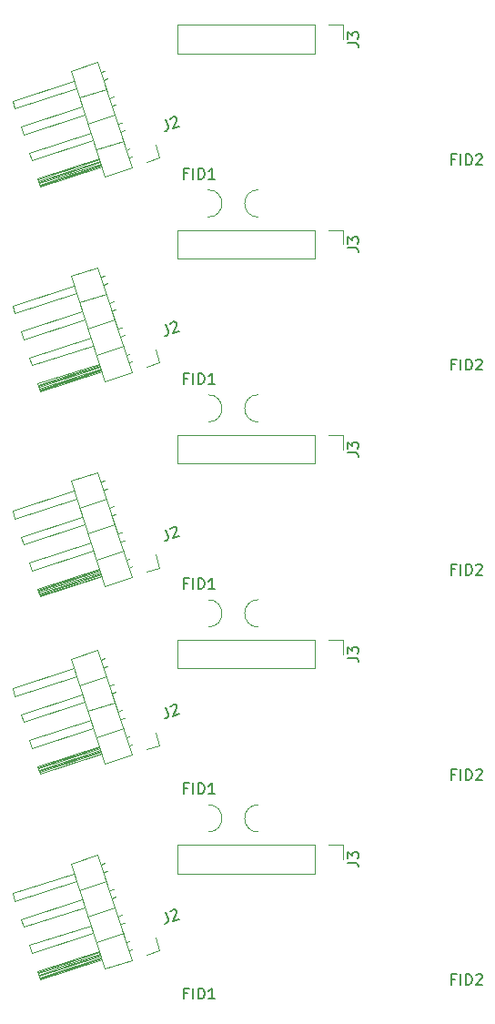
<source format=gto>
G04 #@! TF.GenerationSoftware,KiCad,Pcbnew,5.0.0-fee4fd1~66~ubuntu16.04.1*
G04 #@! TF.CreationDate,2018-10-22T20:20:06+02:00*
G04 #@! TF.ProjectId,WiRoc_NanoPi_SideOledPCB_v1_Panelized,5769526F635F4E616E6F50695F536964,rev?*
G04 #@! TF.SameCoordinates,Original*
G04 #@! TF.FileFunction,Legend,Top*
G04 #@! TF.FilePolarity,Positive*
%FSLAX46Y46*%
G04 Gerber Fmt 4.6, Leading zero omitted, Abs format (unit mm)*
G04 Created by KiCad (PCBNEW 5.0.0-fee4fd1~66~ubuntu16.04.1) date Mon Oct 22 20:20:06 2018*
%MOMM*%
%LPD*%
G01*
G04 APERTURE LIST*
%ADD10C,0.120000*%
%ADD11C,0.100000*%
%ADD12C,0.150000*%
G04 APERTURE END LIST*
D10*
G04 #@! TO.C,J3*
X60194000Y-102366000D02*
X60194000Y-103696000D01*
X58864000Y-102366000D02*
X60194000Y-102366000D01*
X57594000Y-105026000D02*
X57594000Y-102366000D01*
X44834000Y-105026000D02*
X57594000Y-105026000D01*
X44834000Y-102366000D02*
X44834000Y-105026000D01*
X57594000Y-102366000D02*
X44834000Y-102366000D01*
X60194000Y-83300000D02*
X60194000Y-84630000D01*
X58864000Y-83300000D02*
X60194000Y-83300000D01*
X57594000Y-85960000D02*
X57594000Y-83300000D01*
X44834000Y-85960000D02*
X57594000Y-85960000D01*
X44834000Y-83300000D02*
X44834000Y-85960000D01*
X57594000Y-83300000D02*
X44834000Y-83300000D01*
X60194000Y-64234000D02*
X60194000Y-65564000D01*
X58864000Y-64234000D02*
X60194000Y-64234000D01*
X57594000Y-66894000D02*
X57594000Y-64234000D01*
X44834000Y-66894000D02*
X57594000Y-66894000D01*
X44834000Y-64234000D02*
X44834000Y-66894000D01*
X57594000Y-64234000D02*
X44834000Y-64234000D01*
X60194000Y-45168000D02*
X60194000Y-46498000D01*
X58864000Y-45168000D02*
X60194000Y-45168000D01*
X57594000Y-47828000D02*
X57594000Y-45168000D01*
X44834000Y-47828000D02*
X57594000Y-47828000D01*
X44834000Y-45168000D02*
X44834000Y-47828000D01*
X57594000Y-45168000D02*
X44834000Y-45168000D01*
G04 #@! TO.C,J2*
X43127293Y-112171390D02*
X41919452Y-112563842D01*
X42734842Y-110963548D02*
X43127293Y-112171390D01*
X38062980Y-104069831D02*
X37685343Y-104192532D01*
X38297833Y-104792635D02*
X37920196Y-104915335D01*
X29449193Y-106868620D02*
X35155532Y-105014518D01*
X29684046Y-107591422D02*
X29449193Y-106868620D01*
X35390385Y-105737320D02*
X29684046Y-107591422D01*
X38195221Y-105761776D02*
X35665410Y-106583761D01*
X38847883Y-106485514D02*
X38470246Y-106608216D01*
X39082736Y-107208317D02*
X38705099Y-107331019D01*
X30234096Y-109284303D02*
X35940435Y-107430201D01*
X30468949Y-110007106D02*
X30234096Y-109284303D01*
X36175288Y-108153004D02*
X30468949Y-110007106D01*
X38980124Y-108177459D02*
X36450314Y-108999444D01*
X39632786Y-108901198D02*
X39255149Y-109023899D01*
X39867639Y-109624001D02*
X39490002Y-109746702D01*
X31019000Y-111699988D02*
X36725339Y-109845885D01*
X31253852Y-112422790D02*
X31019000Y-111699988D01*
X36960192Y-110568689D02*
X31253852Y-112422790D01*
X39765027Y-110593143D02*
X37235217Y-111415128D01*
X40353901Y-111337607D02*
X40040052Y-111439583D01*
X40588754Y-112060410D02*
X40274905Y-112162386D01*
X37541144Y-112356674D02*
X31834804Y-114210776D01*
X37578226Y-112470801D02*
X31871886Y-114324903D01*
X37615309Y-112584927D02*
X31908969Y-114439029D01*
X37652390Y-112699054D02*
X31946051Y-114553156D01*
X37689472Y-112813181D02*
X31983133Y-114667283D01*
X37726554Y-112927308D02*
X32020215Y-114781410D01*
X31803903Y-114115670D02*
X37510242Y-112261568D01*
X32038756Y-114838473D02*
X31803903Y-114115670D01*
X37745095Y-112984371D02*
X32038756Y-114838473D01*
X38038661Y-113887875D02*
X40568471Y-113065890D01*
X34861966Y-104111014D02*
X38038661Y-113887875D01*
X37391777Y-103289029D02*
X34861966Y-104111014D01*
X40568471Y-113065890D02*
X37391777Y-103289029D01*
X43127293Y-93105390D02*
X41919452Y-93497842D01*
X42734842Y-91897548D02*
X43127293Y-93105390D01*
X38062980Y-85003831D02*
X37685343Y-85126532D01*
X38297833Y-85726635D02*
X37920196Y-85849335D01*
X29449193Y-87802620D02*
X35155532Y-85948518D01*
X29684046Y-88525422D02*
X29449193Y-87802620D01*
X35390385Y-86671320D02*
X29684046Y-88525422D01*
X38195221Y-86695776D02*
X35665410Y-87517761D01*
X38847883Y-87419514D02*
X38470246Y-87542216D01*
X39082736Y-88142317D02*
X38705099Y-88265019D01*
X30234096Y-90218303D02*
X35940435Y-88364201D01*
X30468949Y-90941106D02*
X30234096Y-90218303D01*
X36175288Y-89087004D02*
X30468949Y-90941106D01*
X38980124Y-89111459D02*
X36450314Y-89933444D01*
X39632786Y-89835198D02*
X39255149Y-89957899D01*
X39867639Y-90558001D02*
X39490002Y-90680702D01*
X31019000Y-92633988D02*
X36725339Y-90779885D01*
X31253852Y-93356790D02*
X31019000Y-92633988D01*
X36960192Y-91502689D02*
X31253852Y-93356790D01*
X39765027Y-91527143D02*
X37235217Y-92349128D01*
X40353901Y-92271607D02*
X40040052Y-92373583D01*
X40588754Y-92994410D02*
X40274905Y-93096386D01*
X37541144Y-93290674D02*
X31834804Y-95144776D01*
X37578226Y-93404801D02*
X31871886Y-95258903D01*
X37615309Y-93518927D02*
X31908969Y-95373029D01*
X37652390Y-93633054D02*
X31946051Y-95487156D01*
X37689472Y-93747181D02*
X31983133Y-95601283D01*
X37726554Y-93861308D02*
X32020215Y-95715410D01*
X31803903Y-95049670D02*
X37510242Y-93195568D01*
X32038756Y-95772473D02*
X31803903Y-95049670D01*
X37745095Y-93918371D02*
X32038756Y-95772473D01*
X38038661Y-94821875D02*
X40568471Y-93999890D01*
X34861966Y-85045014D02*
X38038661Y-94821875D01*
X37391777Y-84223029D02*
X34861966Y-85045014D01*
X40568471Y-93999890D02*
X37391777Y-84223029D01*
X43127293Y-76579390D02*
X41919452Y-76971842D01*
X42734842Y-75371548D02*
X43127293Y-76579390D01*
X38062980Y-68477831D02*
X37685343Y-68600532D01*
X38297833Y-69200635D02*
X37920196Y-69323335D01*
X29449193Y-71276620D02*
X35155532Y-69422518D01*
X29684046Y-71999422D02*
X29449193Y-71276620D01*
X35390385Y-70145320D02*
X29684046Y-71999422D01*
X38195221Y-70169776D02*
X35665410Y-70991761D01*
X38847883Y-70893514D02*
X38470246Y-71016216D01*
X39082736Y-71616317D02*
X38705099Y-71739019D01*
X30234096Y-73692303D02*
X35940435Y-71838201D01*
X30468949Y-74415106D02*
X30234096Y-73692303D01*
X36175288Y-72561004D02*
X30468949Y-74415106D01*
X38980124Y-72585459D02*
X36450314Y-73407444D01*
X39632786Y-73309198D02*
X39255149Y-73431899D01*
X39867639Y-74032001D02*
X39490002Y-74154702D01*
X31019000Y-76107988D02*
X36725339Y-74253885D01*
X31253852Y-76830790D02*
X31019000Y-76107988D01*
X36960192Y-74976689D02*
X31253852Y-76830790D01*
X39765027Y-75001143D02*
X37235217Y-75823128D01*
X40353901Y-75745607D02*
X40040052Y-75847583D01*
X40588754Y-76468410D02*
X40274905Y-76570386D01*
X37541144Y-76764674D02*
X31834804Y-78618776D01*
X37578226Y-76878801D02*
X31871886Y-78732903D01*
X37615309Y-76992927D02*
X31908969Y-78847029D01*
X37652390Y-77107054D02*
X31946051Y-78961156D01*
X37689472Y-77221181D02*
X31983133Y-79075283D01*
X37726554Y-77335308D02*
X32020215Y-79189410D01*
X31803903Y-78523670D02*
X37510242Y-76669568D01*
X32038756Y-79246473D02*
X31803903Y-78523670D01*
X37745095Y-77392371D02*
X32038756Y-79246473D01*
X38038661Y-78295875D02*
X40568471Y-77473890D01*
X34861966Y-68519014D02*
X38038661Y-78295875D01*
X37391777Y-67697029D02*
X34861966Y-68519014D01*
X40568471Y-77473890D02*
X37391777Y-67697029D01*
X43127293Y-57513390D02*
X41919452Y-57905842D01*
X42734842Y-56305548D02*
X43127293Y-57513390D01*
X38062980Y-49411831D02*
X37685343Y-49534532D01*
X38297833Y-50134635D02*
X37920196Y-50257335D01*
X29449193Y-52210620D02*
X35155532Y-50356518D01*
X29684046Y-52933422D02*
X29449193Y-52210620D01*
X35390385Y-51079320D02*
X29684046Y-52933422D01*
X38195221Y-51103776D02*
X35665410Y-51925761D01*
X38847883Y-51827514D02*
X38470246Y-51950216D01*
X39082736Y-52550317D02*
X38705099Y-52673019D01*
X30234096Y-54626303D02*
X35940435Y-52772201D01*
X30468949Y-55349106D02*
X30234096Y-54626303D01*
X36175288Y-53495004D02*
X30468949Y-55349106D01*
X38980124Y-53519459D02*
X36450314Y-54341444D01*
X39632786Y-54243198D02*
X39255149Y-54365899D01*
X39867639Y-54966001D02*
X39490002Y-55088702D01*
X31019000Y-57041988D02*
X36725339Y-55187885D01*
X31253852Y-57764790D02*
X31019000Y-57041988D01*
X36960192Y-55910689D02*
X31253852Y-57764790D01*
X39765027Y-55935143D02*
X37235217Y-56757128D01*
X40353901Y-56679607D02*
X40040052Y-56781583D01*
X40588754Y-57402410D02*
X40274905Y-57504386D01*
X37541144Y-57698674D02*
X31834804Y-59552776D01*
X37578226Y-57812801D02*
X31871886Y-59666903D01*
X37615309Y-57926927D02*
X31908969Y-59781029D01*
X37652390Y-58041054D02*
X31946051Y-59895156D01*
X37689472Y-58155181D02*
X31983133Y-60009283D01*
X37726554Y-58269308D02*
X32020215Y-60123410D01*
X31803903Y-59457670D02*
X37510242Y-57603568D01*
X32038756Y-60180473D02*
X31803903Y-59457670D01*
X37745095Y-58326371D02*
X32038756Y-60180473D01*
X38038661Y-59229875D02*
X40568471Y-58407890D01*
X34861966Y-49453014D02*
X38038661Y-59229875D01*
X37391777Y-48631029D02*
X34861966Y-49453014D01*
X40568471Y-58407890D02*
X37391777Y-48631029D01*
X40568471Y-39341890D02*
X37391777Y-29565029D01*
X37391777Y-29565029D02*
X34861966Y-30387014D01*
X34861966Y-30387014D02*
X38038661Y-40163875D01*
X38038661Y-40163875D02*
X40568471Y-39341890D01*
X37745095Y-39260371D02*
X32038756Y-41114473D01*
X32038756Y-41114473D02*
X31803903Y-40391670D01*
X31803903Y-40391670D02*
X37510242Y-38537568D01*
X37726554Y-39203308D02*
X32020215Y-41057410D01*
X37689472Y-39089181D02*
X31983133Y-40943283D01*
X37652390Y-38975054D02*
X31946051Y-40829156D01*
X37615308Y-38860927D02*
X31908969Y-40715029D01*
X37578226Y-38746801D02*
X31871886Y-40600903D01*
X37541144Y-38632674D02*
X31834804Y-40486776D01*
X40588754Y-38336410D02*
X40274905Y-38438386D01*
X40353901Y-37613607D02*
X40040052Y-37715583D01*
X39765027Y-36869143D02*
X37235217Y-37691128D01*
X36960192Y-36844688D02*
X31253852Y-38698790D01*
X31253852Y-38698790D02*
X31019000Y-37975987D01*
X31019000Y-37975987D02*
X36725339Y-36121885D01*
X39867639Y-35900001D02*
X39490002Y-36022702D01*
X39632786Y-35177198D02*
X39255149Y-35299899D01*
X38980124Y-34453459D02*
X36450314Y-35275444D01*
X36175288Y-34429004D02*
X30468949Y-36283106D01*
X30468949Y-36283106D02*
X30234096Y-35560303D01*
X30234096Y-35560303D02*
X35940435Y-33706201D01*
X39082736Y-33484317D02*
X38705099Y-33607019D01*
X38847883Y-32761514D02*
X38470246Y-32884216D01*
X38195221Y-32037776D02*
X35665410Y-32859761D01*
X35390385Y-32013320D02*
X29684046Y-33867422D01*
X29684046Y-33867422D02*
X29449193Y-33144620D01*
X29449193Y-33144620D02*
X35155532Y-31290518D01*
X38297833Y-31068634D02*
X37920196Y-31191335D01*
X38062980Y-30345831D02*
X37685343Y-30468532D01*
X42734842Y-37239548D02*
X43127293Y-38447390D01*
X43127293Y-38447390D02*
X41919452Y-38839842D01*
G04 #@! TO.C,J3*
X57594000Y-26102000D02*
X44834000Y-26102000D01*
X44834000Y-26102000D02*
X44834000Y-28762000D01*
X44834000Y-28762000D02*
X57594000Y-28762000D01*
X57594000Y-28762000D02*
X57594000Y-26102000D01*
X58864000Y-26102000D02*
X60194000Y-26102000D01*
X60194000Y-26102000D02*
X60194000Y-27432000D01*
D11*
G04 #@! TO.C,mouse-bite-2.54mm-slot*
X47670000Y-41430000D02*
G75*
G02X47670000Y-43970000I0J-1270000D01*
G01*
X52330000Y-41430000D02*
G75*
G03X52330000Y-43970000I0J-1270000D01*
G01*
X47670000Y-60496000D02*
G75*
G02X47670000Y-63036000I0J-1270000D01*
G01*
X52330000Y-60496000D02*
G75*
G03X52330000Y-63036000I0J-1270000D01*
G01*
X47670000Y-79562000D02*
G75*
G02X47670000Y-82102000I0J-1270000D01*
G01*
X52330000Y-79562000D02*
G75*
G03X52330000Y-82102000I0J-1270000D01*
G01*
X47670000Y-98628000D02*
G75*
G02X47670000Y-101168000I0J-1270000D01*
G01*
X52330000Y-98628000D02*
G75*
G03X52330000Y-101168000I0J-1270000D01*
G01*
G04 #@! TO.C,FID1*
D12*
X45748391Y-116159471D02*
X45415058Y-116159471D01*
X45415058Y-116683280D02*
X45415058Y-115683280D01*
X45891248Y-115683280D01*
X46272200Y-116683280D02*
X46272200Y-115683280D01*
X46748391Y-116683280D02*
X46748391Y-115683280D01*
X46986486Y-115683280D01*
X47129343Y-115730900D01*
X47224581Y-115826138D01*
X47272200Y-115921376D01*
X47319820Y-116111852D01*
X47319820Y-116254709D01*
X47272200Y-116445185D01*
X47224581Y-116540423D01*
X47129343Y-116635661D01*
X46986486Y-116683280D01*
X46748391Y-116683280D01*
X48272200Y-116683280D02*
X47700772Y-116683280D01*
X47986486Y-116683280D02*
X47986486Y-115683280D01*
X47891248Y-115826138D01*
X47796010Y-115921376D01*
X47700772Y-115968995D01*
X45748391Y-97093471D02*
X45415058Y-97093471D01*
X45415058Y-97617280D02*
X45415058Y-96617280D01*
X45891248Y-96617280D01*
X46272200Y-97617280D02*
X46272200Y-96617280D01*
X46748391Y-97617280D02*
X46748391Y-96617280D01*
X46986486Y-96617280D01*
X47129343Y-96664900D01*
X47224581Y-96760138D01*
X47272200Y-96855376D01*
X47319820Y-97045852D01*
X47319820Y-97188709D01*
X47272200Y-97379185D01*
X47224581Y-97474423D01*
X47129343Y-97569661D01*
X46986486Y-97617280D01*
X46748391Y-97617280D01*
X48272200Y-97617280D02*
X47700772Y-97617280D01*
X47986486Y-97617280D02*
X47986486Y-96617280D01*
X47891248Y-96760138D01*
X47796010Y-96855376D01*
X47700772Y-96902995D01*
X45748391Y-78027471D02*
X45415058Y-78027471D01*
X45415058Y-78551280D02*
X45415058Y-77551280D01*
X45891248Y-77551280D01*
X46272200Y-78551280D02*
X46272200Y-77551280D01*
X46748391Y-78551280D02*
X46748391Y-77551280D01*
X46986486Y-77551280D01*
X47129343Y-77598900D01*
X47224581Y-77694138D01*
X47272200Y-77789376D01*
X47319820Y-77979852D01*
X47319820Y-78122709D01*
X47272200Y-78313185D01*
X47224581Y-78408423D01*
X47129343Y-78503661D01*
X46986486Y-78551280D01*
X46748391Y-78551280D01*
X48272200Y-78551280D02*
X47700772Y-78551280D01*
X47986486Y-78551280D02*
X47986486Y-77551280D01*
X47891248Y-77694138D01*
X47796010Y-77789376D01*
X47700772Y-77836995D01*
X45748391Y-58961471D02*
X45415058Y-58961471D01*
X45415058Y-59485280D02*
X45415058Y-58485280D01*
X45891248Y-58485280D01*
X46272200Y-59485280D02*
X46272200Y-58485280D01*
X46748391Y-59485280D02*
X46748391Y-58485280D01*
X46986486Y-58485280D01*
X47129343Y-58532900D01*
X47224581Y-58628138D01*
X47272200Y-58723376D01*
X47319820Y-58913852D01*
X47319820Y-59056709D01*
X47272200Y-59247185D01*
X47224581Y-59342423D01*
X47129343Y-59437661D01*
X46986486Y-59485280D01*
X46748391Y-59485280D01*
X48272200Y-59485280D02*
X47700772Y-59485280D01*
X47986486Y-59485280D02*
X47986486Y-58485280D01*
X47891248Y-58628138D01*
X47796010Y-58723376D01*
X47700772Y-58770995D01*
G04 #@! TO.C,J3*
X60646380Y-104029333D02*
X61360666Y-104029333D01*
X61503523Y-104076952D01*
X61598761Y-104172190D01*
X61646380Y-104315047D01*
X61646380Y-104410285D01*
X60646380Y-103648380D02*
X60646380Y-103029333D01*
X61027333Y-103362666D01*
X61027333Y-103219809D01*
X61074952Y-103124571D01*
X61122571Y-103076952D01*
X61217809Y-103029333D01*
X61455904Y-103029333D01*
X61551142Y-103076952D01*
X61598761Y-103124571D01*
X61646380Y-103219809D01*
X61646380Y-103505523D01*
X61598761Y-103600761D01*
X61551142Y-103648380D01*
X60646380Y-84963333D02*
X61360666Y-84963333D01*
X61503523Y-85010952D01*
X61598761Y-85106190D01*
X61646380Y-85249047D01*
X61646380Y-85344285D01*
X60646380Y-84582380D02*
X60646380Y-83963333D01*
X61027333Y-84296666D01*
X61027333Y-84153809D01*
X61074952Y-84058571D01*
X61122571Y-84010952D01*
X61217809Y-83963333D01*
X61455904Y-83963333D01*
X61551142Y-84010952D01*
X61598761Y-84058571D01*
X61646380Y-84153809D01*
X61646380Y-84439523D01*
X61598761Y-84534761D01*
X61551142Y-84582380D01*
X60646380Y-65897333D02*
X61360666Y-65897333D01*
X61503523Y-65944952D01*
X61598761Y-66040190D01*
X61646380Y-66183047D01*
X61646380Y-66278285D01*
X60646380Y-65516380D02*
X60646380Y-64897333D01*
X61027333Y-65230666D01*
X61027333Y-65087809D01*
X61074952Y-64992571D01*
X61122571Y-64944952D01*
X61217809Y-64897333D01*
X61455904Y-64897333D01*
X61551142Y-64944952D01*
X61598761Y-64992571D01*
X61646380Y-65087809D01*
X61646380Y-65373523D01*
X61598761Y-65468761D01*
X61551142Y-65516380D01*
X60646380Y-46831333D02*
X61360666Y-46831333D01*
X61503523Y-46878952D01*
X61598761Y-46974190D01*
X61646380Y-47117047D01*
X61646380Y-47212285D01*
X60646380Y-46450380D02*
X60646380Y-45831333D01*
X61027333Y-46164666D01*
X61027333Y-46021809D01*
X61074952Y-45926571D01*
X61122571Y-45878952D01*
X61217809Y-45831333D01*
X61455904Y-45831333D01*
X61551142Y-45878952D01*
X61598761Y-45926571D01*
X61646380Y-46021809D01*
X61646380Y-46307523D01*
X61598761Y-46402761D01*
X61551142Y-46450380D01*
G04 #@! TO.C,FID2*
X70640391Y-114861531D02*
X70307058Y-114861531D01*
X70307058Y-115385340D02*
X70307058Y-114385340D01*
X70783248Y-114385340D01*
X71164200Y-115385340D02*
X71164200Y-114385340D01*
X71640391Y-115385340D02*
X71640391Y-114385340D01*
X71878486Y-114385340D01*
X72021343Y-114432960D01*
X72116581Y-114528198D01*
X72164200Y-114623436D01*
X72211820Y-114813912D01*
X72211820Y-114956769D01*
X72164200Y-115147245D01*
X72116581Y-115242483D01*
X72021343Y-115337721D01*
X71878486Y-115385340D01*
X71640391Y-115385340D01*
X72592772Y-114480579D02*
X72640391Y-114432960D01*
X72735629Y-114385340D01*
X72973724Y-114385340D01*
X73068962Y-114432960D01*
X73116581Y-114480579D01*
X73164200Y-114575817D01*
X73164200Y-114671055D01*
X73116581Y-114813912D01*
X72545153Y-115385340D01*
X73164200Y-115385340D01*
X70640391Y-95795531D02*
X70307058Y-95795531D01*
X70307058Y-96319340D02*
X70307058Y-95319340D01*
X70783248Y-95319340D01*
X71164200Y-96319340D02*
X71164200Y-95319340D01*
X71640391Y-96319340D02*
X71640391Y-95319340D01*
X71878486Y-95319340D01*
X72021343Y-95366960D01*
X72116581Y-95462198D01*
X72164200Y-95557436D01*
X72211820Y-95747912D01*
X72211820Y-95890769D01*
X72164200Y-96081245D01*
X72116581Y-96176483D01*
X72021343Y-96271721D01*
X71878486Y-96319340D01*
X71640391Y-96319340D01*
X72592772Y-95414579D02*
X72640391Y-95366960D01*
X72735629Y-95319340D01*
X72973724Y-95319340D01*
X73068962Y-95366960D01*
X73116581Y-95414579D01*
X73164200Y-95509817D01*
X73164200Y-95605055D01*
X73116581Y-95747912D01*
X72545153Y-96319340D01*
X73164200Y-96319340D01*
X70640391Y-76729531D02*
X70307058Y-76729531D01*
X70307058Y-77253340D02*
X70307058Y-76253340D01*
X70783248Y-76253340D01*
X71164200Y-77253340D02*
X71164200Y-76253340D01*
X71640391Y-77253340D02*
X71640391Y-76253340D01*
X71878486Y-76253340D01*
X72021343Y-76300960D01*
X72116581Y-76396198D01*
X72164200Y-76491436D01*
X72211820Y-76681912D01*
X72211820Y-76824769D01*
X72164200Y-77015245D01*
X72116581Y-77110483D01*
X72021343Y-77205721D01*
X71878486Y-77253340D01*
X71640391Y-77253340D01*
X72592772Y-76348579D02*
X72640391Y-76300960D01*
X72735629Y-76253340D01*
X72973724Y-76253340D01*
X73068962Y-76300960D01*
X73116581Y-76348579D01*
X73164200Y-76443817D01*
X73164200Y-76539055D01*
X73116581Y-76681912D01*
X72545153Y-77253340D01*
X73164200Y-77253340D01*
X70640391Y-57663531D02*
X70307058Y-57663531D01*
X70307058Y-58187340D02*
X70307058Y-57187340D01*
X70783248Y-57187340D01*
X71164200Y-58187340D02*
X71164200Y-57187340D01*
X71640391Y-58187340D02*
X71640391Y-57187340D01*
X71878486Y-57187340D01*
X72021343Y-57234960D01*
X72116581Y-57330198D01*
X72164200Y-57425436D01*
X72211820Y-57615912D01*
X72211820Y-57758769D01*
X72164200Y-57949245D01*
X72116581Y-58044483D01*
X72021343Y-58139721D01*
X71878486Y-58187340D01*
X71640391Y-58187340D01*
X72592772Y-57282579D02*
X72640391Y-57234960D01*
X72735629Y-57187340D01*
X72973724Y-57187340D01*
X73068962Y-57234960D01*
X73116581Y-57282579D01*
X73164200Y-57377817D01*
X73164200Y-57473055D01*
X73116581Y-57615912D01*
X72545153Y-58187340D01*
X73164200Y-58187340D01*
G04 #@! TO.C,J2*
X43709757Y-108612189D02*
X43930483Y-109291515D01*
X43929340Y-109442095D01*
X43868194Y-109562102D01*
X43747044Y-109651536D01*
X43656467Y-109680966D01*
X44146783Y-108570329D02*
X44177356Y-108510326D01*
X44253218Y-108435607D01*
X44479660Y-108362032D01*
X44584952Y-108377890D01*
X44644955Y-108408463D01*
X44719674Y-108484325D01*
X44749104Y-108574902D01*
X44747961Y-108725482D01*
X44381081Y-109445524D01*
X44969831Y-109254228D01*
X43709757Y-89546189D02*
X43930483Y-90225515D01*
X43929340Y-90376095D01*
X43868194Y-90496102D01*
X43747044Y-90585536D01*
X43656467Y-90614966D01*
X44146783Y-89504329D02*
X44177356Y-89444326D01*
X44253218Y-89369607D01*
X44479660Y-89296032D01*
X44584952Y-89311890D01*
X44644955Y-89342463D01*
X44719674Y-89418325D01*
X44749104Y-89508902D01*
X44747961Y-89659482D01*
X44381081Y-90379524D01*
X44969831Y-90188228D01*
X43709757Y-73020189D02*
X43930483Y-73699515D01*
X43929340Y-73850095D01*
X43868194Y-73970102D01*
X43747044Y-74059536D01*
X43656467Y-74088966D01*
X44146783Y-72978329D02*
X44177356Y-72918326D01*
X44253218Y-72843607D01*
X44479660Y-72770032D01*
X44584952Y-72785890D01*
X44644955Y-72816463D01*
X44719674Y-72892325D01*
X44749104Y-72982902D01*
X44747961Y-73133482D01*
X44381081Y-73853524D01*
X44969831Y-73662228D01*
X43709757Y-53954189D02*
X43930483Y-54633515D01*
X43929340Y-54784095D01*
X43868194Y-54904102D01*
X43747044Y-54993536D01*
X43656467Y-55022966D01*
X44146783Y-53912329D02*
X44177356Y-53852326D01*
X44253218Y-53777607D01*
X44479660Y-53704032D01*
X44584952Y-53719890D01*
X44644955Y-53750463D01*
X44719674Y-53826325D01*
X44749104Y-53916902D01*
X44747961Y-54067482D01*
X44381081Y-54787524D01*
X44969831Y-54596228D01*
G04 #@! TO.C,FID2*
X70640391Y-38597531D02*
X70307058Y-38597531D01*
X70307058Y-39121340D02*
X70307058Y-38121340D01*
X70783248Y-38121340D01*
X71164200Y-39121340D02*
X71164200Y-38121340D01*
X71640391Y-39121340D02*
X71640391Y-38121340D01*
X71878486Y-38121340D01*
X72021343Y-38168960D01*
X72116581Y-38264198D01*
X72164200Y-38359436D01*
X72211820Y-38549912D01*
X72211820Y-38692769D01*
X72164200Y-38883245D01*
X72116581Y-38978483D01*
X72021343Y-39073721D01*
X71878486Y-39121340D01*
X71640391Y-39121340D01*
X72592772Y-38216579D02*
X72640391Y-38168960D01*
X72735629Y-38121340D01*
X72973724Y-38121340D01*
X73068962Y-38168960D01*
X73116581Y-38216579D01*
X73164200Y-38311817D01*
X73164200Y-38407055D01*
X73116581Y-38549912D01*
X72545153Y-39121340D01*
X73164200Y-39121340D01*
G04 #@! TO.C,J2*
X43709757Y-34888189D02*
X43930483Y-35567515D01*
X43929340Y-35718095D01*
X43868194Y-35838102D01*
X43747044Y-35927536D01*
X43656467Y-35956966D01*
X44146783Y-34846329D02*
X44177356Y-34786326D01*
X44253218Y-34711607D01*
X44479660Y-34638032D01*
X44584952Y-34653890D01*
X44644955Y-34684463D01*
X44719674Y-34760325D01*
X44749104Y-34850902D01*
X44747961Y-35001482D01*
X44381081Y-35721524D01*
X44969831Y-35530228D01*
G04 #@! TO.C,J3*
X60646380Y-27765333D02*
X61360666Y-27765333D01*
X61503523Y-27812952D01*
X61598761Y-27908190D01*
X61646380Y-28051047D01*
X61646380Y-28146285D01*
X60646380Y-27384380D02*
X60646380Y-26765333D01*
X61027333Y-27098666D01*
X61027333Y-26955809D01*
X61074952Y-26860571D01*
X61122571Y-26812952D01*
X61217809Y-26765333D01*
X61455904Y-26765333D01*
X61551142Y-26812952D01*
X61598761Y-26860571D01*
X61646380Y-26955809D01*
X61646380Y-27241523D01*
X61598761Y-27336761D01*
X61551142Y-27384380D01*
G04 #@! TO.C,FID1*
X45748391Y-39895471D02*
X45415058Y-39895471D01*
X45415058Y-40419280D02*
X45415058Y-39419280D01*
X45891248Y-39419280D01*
X46272200Y-40419280D02*
X46272200Y-39419280D01*
X46748391Y-40419280D02*
X46748391Y-39419280D01*
X46986486Y-39419280D01*
X47129343Y-39466900D01*
X47224581Y-39562138D01*
X47272200Y-39657376D01*
X47319820Y-39847852D01*
X47319820Y-39990709D01*
X47272200Y-40181185D01*
X47224581Y-40276423D01*
X47129343Y-40371661D01*
X46986486Y-40419280D01*
X46748391Y-40419280D01*
X48272200Y-40419280D02*
X47700772Y-40419280D01*
X47986486Y-40419280D02*
X47986486Y-39419280D01*
X47891248Y-39562138D01*
X47796010Y-39657376D01*
X47700772Y-39704995D01*
G04 #@! TD*
M02*

</source>
